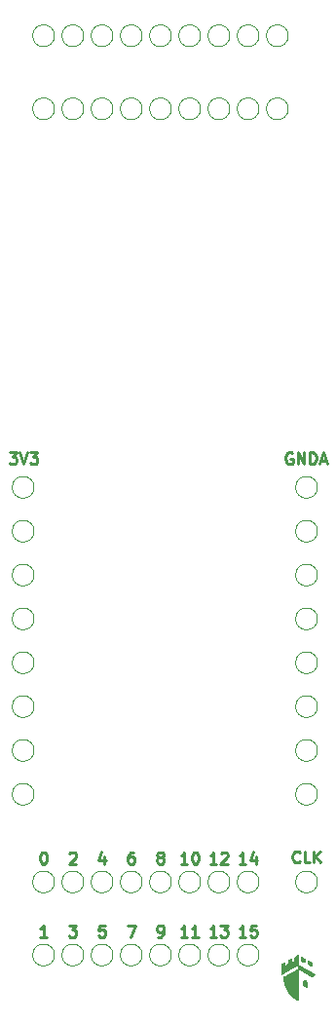
<source format=gbr>
G04 #@! TF.GenerationSoftware,KiCad,Pcbnew,5.0.2-bee76a0~70~ubuntu18.04.1*
G04 #@! TF.CreationDate,2019-05-09T10:06:10+02:00*
G04 #@! TF.ProjectId,breadboard,62726561-6462-46f6-9172-642e6b696361,rev?*
G04 #@! TF.SameCoordinates,Original*
G04 #@! TF.FileFunction,Legend,Top*
G04 #@! TF.FilePolarity,Positive*
%FSLAX46Y46*%
G04 Gerber Fmt 4.6, Leading zero omitted, Abs format (unit mm)*
G04 Created by KiCad (PCBNEW 5.0.2-bee76a0~70~ubuntu18.04.1) date jeu. 09 mai 2019 10:06:10 CEST*
%MOMM*%
%LPD*%
G01*
G04 APERTURE LIST*
%ADD10C,0.250000*%
%ADD11C,0.120000*%
%ADD12C,0.010000*%
G04 APERTURE END LIST*
D10*
X123210540Y-100261027D02*
X123115302Y-100213407D01*
X122972445Y-100213407D01*
X122829588Y-100261027D01*
X122734350Y-100356265D01*
X122686731Y-100451503D01*
X122639112Y-100641979D01*
X122639112Y-100784836D01*
X122686731Y-100975312D01*
X122734350Y-101070550D01*
X122829588Y-101165788D01*
X122972445Y-101213407D01*
X123067683Y-101213407D01*
X123210540Y-101165788D01*
X123258159Y-101118169D01*
X123258159Y-100784836D01*
X123067683Y-100784836D01*
X123686731Y-101213407D02*
X123686731Y-100213407D01*
X124258159Y-101213407D01*
X124258159Y-100213407D01*
X124734350Y-101213407D02*
X124734350Y-100213407D01*
X124972445Y-100213407D01*
X125115302Y-100261027D01*
X125210540Y-100356265D01*
X125258159Y-100451503D01*
X125305778Y-100641979D01*
X125305778Y-100784836D01*
X125258159Y-100975312D01*
X125210540Y-101070550D01*
X125115302Y-101165788D01*
X124972445Y-101213407D01*
X124734350Y-101213407D01*
X125686731Y-100927693D02*
X126162921Y-100927693D01*
X125591493Y-101213407D02*
X125924826Y-100213407D01*
X126258159Y-101213407D01*
X98634921Y-100213407D02*
X99253969Y-100213407D01*
X98920636Y-100594360D01*
X99063493Y-100594360D01*
X99158731Y-100641979D01*
X99206350Y-100689598D01*
X99253969Y-100784836D01*
X99253969Y-101022931D01*
X99206350Y-101118169D01*
X99158731Y-101165788D01*
X99063493Y-101213407D01*
X98777778Y-101213407D01*
X98682540Y-101165788D01*
X98634921Y-101118169D01*
X99539683Y-100213407D02*
X99873017Y-101213407D01*
X100206350Y-100213407D01*
X100444445Y-100213407D02*
X101063493Y-100213407D01*
X100730159Y-100594360D01*
X100873017Y-100594360D01*
X100968255Y-100641979D01*
X101015874Y-100689598D01*
X101063493Y-100784836D01*
X101063493Y-101022931D01*
X101015874Y-101118169D01*
X100968255Y-101165788D01*
X100873017Y-101213407D01*
X100587302Y-101213407D01*
X100492064Y-101165788D01*
X100444445Y-101118169D01*
X123864761Y-135774169D02*
X123817142Y-135821788D01*
X123674285Y-135869407D01*
X123579047Y-135869407D01*
X123436190Y-135821788D01*
X123340952Y-135726550D01*
X123293333Y-135631312D01*
X123245714Y-135440836D01*
X123245714Y-135297979D01*
X123293333Y-135107503D01*
X123340952Y-135012265D01*
X123436190Y-134917027D01*
X123579047Y-134869407D01*
X123674285Y-134869407D01*
X123817142Y-134917027D01*
X123864761Y-134964646D01*
X124769523Y-135869407D02*
X124293333Y-135869407D01*
X124293333Y-134869407D01*
X125102857Y-135869407D02*
X125102857Y-134869407D01*
X125674285Y-135869407D02*
X125245714Y-135297979D01*
X125674285Y-134869407D02*
X125102857Y-135440836D01*
X119189523Y-135961380D02*
X118618095Y-135961380D01*
X118903809Y-135961380D02*
X118903809Y-134961380D01*
X118808571Y-135104238D01*
X118713333Y-135199476D01*
X118618095Y-135247095D01*
X120046666Y-135294714D02*
X120046666Y-135961380D01*
X119808571Y-134913761D02*
X119570476Y-135628047D01*
X120189523Y-135628047D01*
X116649523Y-135961380D02*
X116078095Y-135961380D01*
X116363809Y-135961380D02*
X116363809Y-134961380D01*
X116268571Y-135104238D01*
X116173333Y-135199476D01*
X116078095Y-135247095D01*
X117030476Y-135056619D02*
X117078095Y-135009000D01*
X117173333Y-134961380D01*
X117411428Y-134961380D01*
X117506666Y-135009000D01*
X117554285Y-135056619D01*
X117601904Y-135151857D01*
X117601904Y-135247095D01*
X117554285Y-135389952D01*
X116982857Y-135961380D01*
X117601904Y-135961380D01*
X114109523Y-135961380D02*
X113538095Y-135961380D01*
X113823809Y-135961380D02*
X113823809Y-134961380D01*
X113728571Y-135104238D01*
X113633333Y-135199476D01*
X113538095Y-135247095D01*
X114728571Y-134961380D02*
X114823809Y-134961380D01*
X114919047Y-135009000D01*
X114966666Y-135056619D01*
X115014285Y-135151857D01*
X115061904Y-135342333D01*
X115061904Y-135580428D01*
X115014285Y-135770904D01*
X114966666Y-135866142D01*
X114919047Y-135913761D01*
X114823809Y-135961380D01*
X114728571Y-135961380D01*
X114633333Y-135913761D01*
X114585714Y-135866142D01*
X114538095Y-135770904D01*
X114490476Y-135580428D01*
X114490476Y-135342333D01*
X114538095Y-135151857D01*
X114585714Y-135056619D01*
X114633333Y-135009000D01*
X114728571Y-134961380D01*
X111664761Y-135389952D02*
X111569523Y-135342333D01*
X111521904Y-135294714D01*
X111474285Y-135199476D01*
X111474285Y-135151857D01*
X111521904Y-135056619D01*
X111569523Y-135009000D01*
X111664761Y-134961380D01*
X111855238Y-134961380D01*
X111950476Y-135009000D01*
X111998095Y-135056619D01*
X112045714Y-135151857D01*
X112045714Y-135199476D01*
X111998095Y-135294714D01*
X111950476Y-135342333D01*
X111855238Y-135389952D01*
X111664761Y-135389952D01*
X111569523Y-135437571D01*
X111521904Y-135485190D01*
X111474285Y-135580428D01*
X111474285Y-135770904D01*
X111521904Y-135866142D01*
X111569523Y-135913761D01*
X111664761Y-135961380D01*
X111855238Y-135961380D01*
X111950476Y-135913761D01*
X111998095Y-135866142D01*
X112045714Y-135770904D01*
X112045714Y-135580428D01*
X111998095Y-135485190D01*
X111950476Y-135437571D01*
X111855238Y-135389952D01*
X109410476Y-134961380D02*
X109220000Y-134961380D01*
X109124761Y-135009000D01*
X109077142Y-135056619D01*
X108981904Y-135199476D01*
X108934285Y-135389952D01*
X108934285Y-135770904D01*
X108981904Y-135866142D01*
X109029523Y-135913761D01*
X109124761Y-135961380D01*
X109315238Y-135961380D01*
X109410476Y-135913761D01*
X109458095Y-135866142D01*
X109505714Y-135770904D01*
X109505714Y-135532809D01*
X109458095Y-135437571D01*
X109410476Y-135389952D01*
X109315238Y-135342333D01*
X109124761Y-135342333D01*
X109029523Y-135389952D01*
X108981904Y-135437571D01*
X108934285Y-135532809D01*
X106870476Y-135294714D02*
X106870476Y-135961380D01*
X106632380Y-134913761D02*
X106394285Y-135628047D01*
X107013333Y-135628047D01*
X119189523Y-142311380D02*
X118618095Y-142311380D01*
X118903809Y-142311380D02*
X118903809Y-141311380D01*
X118808571Y-141454238D01*
X118713333Y-141549476D01*
X118618095Y-141597095D01*
X120094285Y-141311380D02*
X119618095Y-141311380D01*
X119570476Y-141787571D01*
X119618095Y-141739952D01*
X119713333Y-141692333D01*
X119951428Y-141692333D01*
X120046666Y-141739952D01*
X120094285Y-141787571D01*
X120141904Y-141882809D01*
X120141904Y-142120904D01*
X120094285Y-142216142D01*
X120046666Y-142263761D01*
X119951428Y-142311380D01*
X119713333Y-142311380D01*
X119618095Y-142263761D01*
X119570476Y-142216142D01*
X116649523Y-142311380D02*
X116078095Y-142311380D01*
X116363809Y-142311380D02*
X116363809Y-141311380D01*
X116268571Y-141454238D01*
X116173333Y-141549476D01*
X116078095Y-141597095D01*
X116982857Y-141311380D02*
X117601904Y-141311380D01*
X117268571Y-141692333D01*
X117411428Y-141692333D01*
X117506666Y-141739952D01*
X117554285Y-141787571D01*
X117601904Y-141882809D01*
X117601904Y-142120904D01*
X117554285Y-142216142D01*
X117506666Y-142263761D01*
X117411428Y-142311380D01*
X117125714Y-142311380D01*
X117030476Y-142263761D01*
X116982857Y-142216142D01*
X114109523Y-142311380D02*
X113538095Y-142311380D01*
X113823809Y-142311380D02*
X113823809Y-141311380D01*
X113728571Y-141454238D01*
X113633333Y-141549476D01*
X113538095Y-141597095D01*
X115061904Y-142311380D02*
X114490476Y-142311380D01*
X114776190Y-142311380D02*
X114776190Y-141311380D01*
X114680952Y-141454238D01*
X114585714Y-141549476D01*
X114490476Y-141597095D01*
X111569523Y-142311380D02*
X111760000Y-142311380D01*
X111855238Y-142263761D01*
X111902857Y-142216142D01*
X111998095Y-142073285D01*
X112045714Y-141882809D01*
X112045714Y-141501857D01*
X111998095Y-141406619D01*
X111950476Y-141359000D01*
X111855238Y-141311380D01*
X111664761Y-141311380D01*
X111569523Y-141359000D01*
X111521904Y-141406619D01*
X111474285Y-141501857D01*
X111474285Y-141739952D01*
X111521904Y-141835190D01*
X111569523Y-141882809D01*
X111664761Y-141930428D01*
X111855238Y-141930428D01*
X111950476Y-141882809D01*
X111998095Y-141835190D01*
X112045714Y-141739952D01*
X108886666Y-141311380D02*
X109553333Y-141311380D01*
X109124761Y-142311380D01*
X106918095Y-141311380D02*
X106441904Y-141311380D01*
X106394285Y-141787571D01*
X106441904Y-141739952D01*
X106537142Y-141692333D01*
X106775238Y-141692333D01*
X106870476Y-141739952D01*
X106918095Y-141787571D01*
X106965714Y-141882809D01*
X106965714Y-142120904D01*
X106918095Y-142216142D01*
X106870476Y-142263761D01*
X106775238Y-142311380D01*
X106537142Y-142311380D01*
X106441904Y-142263761D01*
X106394285Y-142216142D01*
X103806666Y-141311380D02*
X104425714Y-141311380D01*
X104092380Y-141692333D01*
X104235238Y-141692333D01*
X104330476Y-141739952D01*
X104378095Y-141787571D01*
X104425714Y-141882809D01*
X104425714Y-142120904D01*
X104378095Y-142216142D01*
X104330476Y-142263761D01*
X104235238Y-142311380D01*
X103949523Y-142311380D01*
X103854285Y-142263761D01*
X103806666Y-142216142D01*
X101885714Y-142311380D02*
X101314285Y-142311380D01*
X101600000Y-142311380D02*
X101600000Y-141311380D01*
X101504761Y-141454238D01*
X101409523Y-141549476D01*
X101314285Y-141597095D01*
X103854285Y-135056619D02*
X103901904Y-135009000D01*
X103997142Y-134961380D01*
X104235238Y-134961380D01*
X104330476Y-135009000D01*
X104378095Y-135056619D01*
X104425714Y-135151857D01*
X104425714Y-135247095D01*
X104378095Y-135389952D01*
X103806666Y-135961380D01*
X104425714Y-135961380D01*
X101552380Y-134961380D02*
X101647619Y-134961380D01*
X101742857Y-135009000D01*
X101790476Y-135056619D01*
X101838095Y-135151857D01*
X101885714Y-135342333D01*
X101885714Y-135580428D01*
X101838095Y-135770904D01*
X101790476Y-135866142D01*
X101742857Y-135913761D01*
X101647619Y-135961380D01*
X101552380Y-135961380D01*
X101457142Y-135913761D01*
X101409523Y-135866142D01*
X101361904Y-135770904D01*
X101314285Y-135580428D01*
X101314285Y-135342333D01*
X101361904Y-135151857D01*
X101409523Y-135056619D01*
X101457142Y-135009000D01*
X101552380Y-134961380D01*
D11*
G04 #@! TO.C,TP38*
X112710000Y-70358000D02*
G75*
G03X112710000Y-70358000I-950000J0D01*
G01*
G04 #@! TO.C,TP50*
X105090000Y-64008000D02*
G75*
G03X105090000Y-64008000I-950000J0D01*
G01*
G04 #@! TO.C,TP49*
X107630000Y-64008000D02*
G75*
G03X107630000Y-64008000I-950000J0D01*
G01*
G04 #@! TO.C,TP48*
X110170000Y-64008000D02*
G75*
G03X110170000Y-64008000I-950000J0D01*
G01*
G04 #@! TO.C,TP47*
X112710000Y-64008000D02*
G75*
G03X112710000Y-64008000I-950000J0D01*
G01*
G04 #@! TO.C,TP46*
X115250000Y-64008000D02*
G75*
G03X115250000Y-64008000I-950000J0D01*
G01*
G04 #@! TO.C,TP45*
X117790000Y-64008000D02*
G75*
G03X117790000Y-64008000I-950000J0D01*
G01*
G04 #@! TO.C,TP44*
X120330000Y-64008000D02*
G75*
G03X120330000Y-64008000I-950000J0D01*
G01*
G04 #@! TO.C,TP43*
X122870000Y-64008000D02*
G75*
G03X122870000Y-64008000I-950000J0D01*
G01*
G04 #@! TO.C,TP42*
X102550000Y-70358000D02*
G75*
G03X102550000Y-70358000I-950000J0D01*
G01*
G04 #@! TO.C,TP41*
X105090000Y-70358000D02*
G75*
G03X105090000Y-70358000I-950000J0D01*
G01*
G04 #@! TO.C,TP40*
X107630000Y-70358000D02*
G75*
G03X107630000Y-70358000I-950000J0D01*
G01*
G04 #@! TO.C,TP39*
X110170000Y-70358000D02*
G75*
G03X110170000Y-70358000I-950000J0D01*
G01*
G04 #@! TO.C,TP37*
X115250000Y-70358000D02*
G75*
G03X115250000Y-70358000I-950000J0D01*
G01*
G04 #@! TO.C,TP36*
X117790000Y-70358000D02*
G75*
G03X117790000Y-70358000I-950000J0D01*
G01*
G04 #@! TO.C,TP35*
X120330000Y-70358000D02*
G75*
G03X120330000Y-70358000I-950000J0D01*
G01*
G04 #@! TO.C,TP34*
X122870000Y-70358000D02*
G75*
G03X122870000Y-70358000I-950000J0D01*
G01*
G04 #@! TO.C,TP51*
X102550000Y-64008000D02*
G75*
G03X102550000Y-64008000I-950000J0D01*
G01*
G04 #@! TO.C,TP32*
X100772000Y-118491000D02*
G75*
G03X100772000Y-118491000I-950000J0D01*
G01*
G04 #@! TO.C,TP31*
X100772000Y-107061000D02*
G75*
G03X100772000Y-107061000I-950000J0D01*
G01*
G04 #@! TO.C,TP30*
X100772000Y-122301000D02*
G75*
G03X100772000Y-122301000I-950000J0D01*
G01*
G04 #@! TO.C,TP29*
X100772000Y-126111000D02*
G75*
G03X100772000Y-126111000I-950000J0D01*
G01*
G04 #@! TO.C,TP28*
X100772000Y-110871000D02*
G75*
G03X100772000Y-110871000I-950000J0D01*
G01*
G04 #@! TO.C,TP27*
X100772000Y-129921000D02*
G75*
G03X100772000Y-129921000I-950000J0D01*
G01*
G04 #@! TO.C,TP26*
X100772000Y-114681000D02*
G75*
G03X100772000Y-114681000I-950000J0D01*
G01*
G04 #@! TO.C,TP24*
X125410000Y-114681000D02*
G75*
G03X125410000Y-114681000I-950000J0D01*
G01*
G04 #@! TO.C,TP23*
X125410000Y-107061000D02*
G75*
G03X125410000Y-107061000I-950000J0D01*
G01*
G04 #@! TO.C,TP22*
X125410000Y-103251000D02*
G75*
G03X125410000Y-103251000I-950000J0D01*
G01*
G04 #@! TO.C,TP21*
X125410000Y-118491000D02*
G75*
G03X125410000Y-118491000I-950000J0D01*
G01*
G04 #@! TO.C,TP20*
X125410000Y-110871000D02*
G75*
G03X125410000Y-110871000I-950000J0D01*
G01*
G04 #@! TO.C,TP19*
X125410000Y-122301000D02*
G75*
G03X125410000Y-122301000I-950000J0D01*
G01*
G04 #@! TO.C,TP33*
X100772000Y-103251000D02*
G75*
G03X100772000Y-103251000I-950000J0D01*
G01*
G04 #@! TO.C,TP18*
X125410000Y-129921000D02*
G75*
G03X125410000Y-129921000I-950000J0D01*
G01*
G04 #@! TO.C,TP25*
X125410000Y-126111000D02*
G75*
G03X125410000Y-126111000I-950000J0D01*
G01*
G04 #@! TO.C,TP17*
X102550000Y-137541000D02*
G75*
G03X102550000Y-137541000I-950000J0D01*
G01*
G04 #@! TO.C,TP16*
X105090000Y-137541000D02*
G75*
G03X105090000Y-137541000I-950000J0D01*
G01*
G04 #@! TO.C,TP15*
X107630000Y-137541000D02*
G75*
G03X107630000Y-137541000I-950000J0D01*
G01*
G04 #@! TO.C,TP14*
X110170000Y-137541000D02*
G75*
G03X110170000Y-137541000I-950000J0D01*
G01*
G04 #@! TO.C,TP13*
X112710000Y-137541000D02*
G75*
G03X112710000Y-137541000I-950000J0D01*
G01*
G04 #@! TO.C,TP12*
X115250000Y-137541000D02*
G75*
G03X115250000Y-137541000I-950000J0D01*
G01*
G04 #@! TO.C,TP11*
X117790000Y-137541000D02*
G75*
G03X117790000Y-137541000I-950000J0D01*
G01*
G04 #@! TO.C,TP10*
X120330000Y-137541000D02*
G75*
G03X120330000Y-137541000I-950000J0D01*
G01*
G04 #@! TO.C,TP9*
X102550000Y-143891000D02*
G75*
G03X102550000Y-143891000I-950000J0D01*
G01*
G04 #@! TO.C,TP8*
X105090000Y-143891000D02*
G75*
G03X105090000Y-143891000I-950000J0D01*
G01*
G04 #@! TO.C,TP7*
X107630000Y-143891000D02*
G75*
G03X107630000Y-143891000I-950000J0D01*
G01*
G04 #@! TO.C,TP6*
X110170000Y-143891000D02*
G75*
G03X110170000Y-143891000I-950000J0D01*
G01*
G04 #@! TO.C,TP5*
X112710000Y-143891000D02*
G75*
G03X112710000Y-143891000I-950000J0D01*
G01*
G04 #@! TO.C,TP4*
X115250000Y-143891000D02*
G75*
G03X115250000Y-143891000I-950000J0D01*
G01*
G04 #@! TO.C,TP3*
X117790000Y-143891000D02*
G75*
G03X117790000Y-143891000I-950000J0D01*
G01*
G04 #@! TO.C,TP2*
X120330000Y-143891000D02*
G75*
G03X120330000Y-143891000I-950000J0D01*
G01*
G04 #@! TO.C,TP1*
X125410000Y-137541000D02*
G75*
G03X125410000Y-137541000I-950000J0D01*
G01*
D12*
G04 #@! TO.C,G\002A\002A\002A*
G36*
X124001872Y-144056961D02*
X124022846Y-144067957D01*
X124054114Y-144084804D01*
X124093434Y-144106290D01*
X124138565Y-144131207D01*
X124153585Y-144139549D01*
X124211824Y-144172494D01*
X124255244Y-144198328D01*
X124284267Y-144217326D01*
X124299314Y-144229758D01*
X124301403Y-144235398D01*
X124298599Y-144246717D01*
X124295937Y-144271827D01*
X124293642Y-144307588D01*
X124291936Y-144350857D01*
X124291323Y-144377151D01*
X124288983Y-144509576D01*
X124147167Y-144431669D01*
X124005350Y-144353762D01*
X124005350Y-144225112D01*
X124004819Y-144178412D01*
X124003356Y-144136249D01*
X124001159Y-144102224D01*
X123998426Y-144079936D01*
X123997093Y-144074745D01*
X123992553Y-144059049D01*
X123993431Y-144053027D01*
X124001872Y-144056961D01*
X124001872Y-144056961D01*
G37*
X124001872Y-144056961D02*
X124022846Y-144067957D01*
X124054114Y-144084804D01*
X124093434Y-144106290D01*
X124138565Y-144131207D01*
X124153585Y-144139549D01*
X124211824Y-144172494D01*
X124255244Y-144198328D01*
X124284267Y-144217326D01*
X124299314Y-144229758D01*
X124301403Y-144235398D01*
X124298599Y-144246717D01*
X124295937Y-144271827D01*
X124293642Y-144307588D01*
X124291936Y-144350857D01*
X124291323Y-144377151D01*
X124288983Y-144509576D01*
X124147167Y-144431669D01*
X124005350Y-144353762D01*
X124005350Y-144225112D01*
X124004819Y-144178412D01*
X124003356Y-144136249D01*
X124001159Y-144102224D01*
X123998426Y-144079936D01*
X123997093Y-144074745D01*
X123992553Y-144059049D01*
X123993431Y-144053027D01*
X124001872Y-144056961D01*
G36*
X124585126Y-144378667D02*
X124605028Y-144389603D01*
X124635290Y-144406327D01*
X124673695Y-144427616D01*
X124718027Y-144452243D01*
X124728859Y-144458268D01*
X124878970Y-144541776D01*
X124877822Y-144684417D01*
X124877321Y-144731623D01*
X124876657Y-144772494D01*
X124875894Y-144804211D01*
X124875097Y-144823957D01*
X124874508Y-144829225D01*
X124866784Y-144826025D01*
X124846544Y-144815830D01*
X124816087Y-144799849D01*
X124777712Y-144779288D01*
X124733716Y-144755355D01*
X124728829Y-144752677D01*
X124585317Y-144673963D01*
X124581084Y-144524348D01*
X124579770Y-144476148D01*
X124578730Y-144434404D01*
X124578022Y-144401812D01*
X124577706Y-144381065D01*
X124577799Y-144374747D01*
X124585126Y-144378667D01*
X124585126Y-144378667D01*
G37*
X124585126Y-144378667D02*
X124605028Y-144389603D01*
X124635290Y-144406327D01*
X124673695Y-144427616D01*
X124718027Y-144452243D01*
X124728859Y-144458268D01*
X124878970Y-144541776D01*
X124877822Y-144684417D01*
X124877321Y-144731623D01*
X124876657Y-144772494D01*
X124875894Y-144804211D01*
X124875097Y-144823957D01*
X124874508Y-144829225D01*
X124866784Y-144826025D01*
X124846544Y-144815830D01*
X124816087Y-144799849D01*
X124777712Y-144779288D01*
X124733716Y-144755355D01*
X124728829Y-144752677D01*
X124585317Y-144673963D01*
X124581084Y-144524348D01*
X124579770Y-144476148D01*
X124578730Y-144434404D01*
X124578022Y-144401812D01*
X124577706Y-144381065D01*
X124577799Y-144374747D01*
X124585126Y-144378667D01*
G36*
X123706979Y-144318472D02*
X123707285Y-144401596D01*
X123707329Y-144479544D01*
X123707128Y-144550683D01*
X123706698Y-144613383D01*
X123706055Y-144666011D01*
X123705216Y-144706937D01*
X123704195Y-144734529D01*
X123703009Y-144747156D01*
X123702746Y-144747750D01*
X123694454Y-144752667D01*
X123672563Y-144765052D01*
X123638316Y-144784219D01*
X123592956Y-144809482D01*
X123537726Y-144840158D01*
X123473868Y-144875560D01*
X123402625Y-144915003D01*
X123325240Y-144957802D01*
X123242956Y-145003273D01*
X123157016Y-145050728D01*
X123068663Y-145099485D01*
X122979138Y-145148856D01*
X122889686Y-145198157D01*
X122801549Y-145246703D01*
X122715969Y-145293809D01*
X122634190Y-145338789D01*
X122557454Y-145380958D01*
X122487004Y-145419631D01*
X122424084Y-145454122D01*
X122369935Y-145483747D01*
X122325800Y-145507820D01*
X122292923Y-145525656D01*
X122272546Y-145536570D01*
X122266055Y-145539866D01*
X122263013Y-145539759D01*
X122260469Y-145536006D01*
X122258378Y-145527260D01*
X122256696Y-145512178D01*
X122255382Y-145489415D01*
X122254390Y-145457625D01*
X122253678Y-145415465D01*
X122253201Y-145361588D01*
X122252917Y-145294650D01*
X122252781Y-145213307D01*
X122252750Y-145128814D01*
X122252750Y-144712657D01*
X122271800Y-144693733D01*
X122285987Y-144682906D01*
X122311154Y-144666770D01*
X122344120Y-144647079D01*
X122381705Y-144625589D01*
X122420727Y-144604053D01*
X122458008Y-144584228D01*
X122490365Y-144567867D01*
X122514620Y-144556727D01*
X122527590Y-144552561D01*
X122527657Y-144552560D01*
X122532510Y-144554629D01*
X122536005Y-144562352D01*
X122538351Y-144578010D01*
X122539761Y-144603880D01*
X122540446Y-144642240D01*
X122540617Y-144692260D01*
X122540917Y-144738752D01*
X122541749Y-144778691D01*
X122543007Y-144809287D01*
X122544587Y-144827748D01*
X122545865Y-144831960D01*
X122554582Y-144828070D01*
X122575744Y-144817236D01*
X122606978Y-144800715D01*
X122645911Y-144779762D01*
X122690173Y-144755633D01*
X122693799Y-144753643D01*
X122836486Y-144675327D01*
X122836718Y-144535394D01*
X122837159Y-144479573D01*
X122838395Y-144438332D01*
X122840612Y-144409328D01*
X122843999Y-144390220D01*
X122848741Y-144378664D01*
X122849299Y-144377831D01*
X122861175Y-144367253D01*
X122884391Y-144351454D01*
X122915903Y-144332094D01*
X122952669Y-144310834D01*
X122991644Y-144289335D01*
X123029788Y-144269257D01*
X123064055Y-144252261D01*
X123091403Y-144240009D01*
X123108790Y-144234160D01*
X123112661Y-144234097D01*
X123117362Y-144238855D01*
X123120726Y-144250468D01*
X123122952Y-144271202D01*
X123124233Y-144303322D01*
X123124768Y-144349094D01*
X123124817Y-144374494D01*
X123125191Y-144420248D01*
X123126224Y-144459376D01*
X123127784Y-144489058D01*
X123129739Y-144506472D01*
X123131167Y-144509876D01*
X123140219Y-144505811D01*
X123161606Y-144494708D01*
X123192923Y-144477864D01*
X123231763Y-144456572D01*
X123275721Y-144432126D01*
X123277217Y-144431289D01*
X123416917Y-144353052D01*
X123421150Y-144207548D01*
X123423025Y-144152293D01*
X123425143Y-144111582D01*
X123427773Y-144083027D01*
X123431182Y-144064238D01*
X123435639Y-144052827D01*
X123438999Y-144048456D01*
X123450725Y-144039942D01*
X123474547Y-144024996D01*
X123507685Y-144005281D01*
X123547361Y-143982458D01*
X123578699Y-143964878D01*
X123704784Y-143894888D01*
X123706979Y-144318472D01*
X123706979Y-144318472D01*
G37*
X123706979Y-144318472D02*
X123707285Y-144401596D01*
X123707329Y-144479544D01*
X123707128Y-144550683D01*
X123706698Y-144613383D01*
X123706055Y-144666011D01*
X123705216Y-144706937D01*
X123704195Y-144734529D01*
X123703009Y-144747156D01*
X123702746Y-144747750D01*
X123694454Y-144752667D01*
X123672563Y-144765052D01*
X123638316Y-144784219D01*
X123592956Y-144809482D01*
X123537726Y-144840158D01*
X123473868Y-144875560D01*
X123402625Y-144915003D01*
X123325240Y-144957802D01*
X123242956Y-145003273D01*
X123157016Y-145050728D01*
X123068663Y-145099485D01*
X122979138Y-145148856D01*
X122889686Y-145198157D01*
X122801549Y-145246703D01*
X122715969Y-145293809D01*
X122634190Y-145338789D01*
X122557454Y-145380958D01*
X122487004Y-145419631D01*
X122424084Y-145454122D01*
X122369935Y-145483747D01*
X122325800Y-145507820D01*
X122292923Y-145525656D01*
X122272546Y-145536570D01*
X122266055Y-145539866D01*
X122263013Y-145539759D01*
X122260469Y-145536006D01*
X122258378Y-145527260D01*
X122256696Y-145512178D01*
X122255382Y-145489415D01*
X122254390Y-145457625D01*
X122253678Y-145415465D01*
X122253201Y-145361588D01*
X122252917Y-145294650D01*
X122252781Y-145213307D01*
X122252750Y-145128814D01*
X122252750Y-144712657D01*
X122271800Y-144693733D01*
X122285987Y-144682906D01*
X122311154Y-144666770D01*
X122344120Y-144647079D01*
X122381705Y-144625589D01*
X122420727Y-144604053D01*
X122458008Y-144584228D01*
X122490365Y-144567867D01*
X122514620Y-144556727D01*
X122527590Y-144552561D01*
X122527657Y-144552560D01*
X122532510Y-144554629D01*
X122536005Y-144562352D01*
X122538351Y-144578010D01*
X122539761Y-144603880D01*
X122540446Y-144642240D01*
X122540617Y-144692260D01*
X122540917Y-144738752D01*
X122541749Y-144778691D01*
X122543007Y-144809287D01*
X122544587Y-144827748D01*
X122545865Y-144831960D01*
X122554582Y-144828070D01*
X122575744Y-144817236D01*
X122606978Y-144800715D01*
X122645911Y-144779762D01*
X122690173Y-144755633D01*
X122693799Y-144753643D01*
X122836486Y-144675327D01*
X122836718Y-144535394D01*
X122837159Y-144479573D01*
X122838395Y-144438332D01*
X122840612Y-144409328D01*
X122843999Y-144390220D01*
X122848741Y-144378664D01*
X122849299Y-144377831D01*
X122861175Y-144367253D01*
X122884391Y-144351454D01*
X122915903Y-144332094D01*
X122952669Y-144310834D01*
X122991644Y-144289335D01*
X123029788Y-144269257D01*
X123064055Y-144252261D01*
X123091403Y-144240009D01*
X123108790Y-144234160D01*
X123112661Y-144234097D01*
X123117362Y-144238855D01*
X123120726Y-144250468D01*
X123122952Y-144271202D01*
X123124233Y-144303322D01*
X123124768Y-144349094D01*
X123124817Y-144374494D01*
X123125191Y-144420248D01*
X123126224Y-144459376D01*
X123127784Y-144489058D01*
X123129739Y-144506472D01*
X123131167Y-144509876D01*
X123140219Y-144505811D01*
X123161606Y-144494708D01*
X123192923Y-144477864D01*
X123231763Y-144456572D01*
X123275721Y-144432126D01*
X123277217Y-144431289D01*
X123416917Y-144353052D01*
X123421150Y-144207548D01*
X123423025Y-144152293D01*
X123425143Y-144111582D01*
X123427773Y-144083027D01*
X123431182Y-144064238D01*
X123435639Y-144052827D01*
X123438999Y-144048456D01*
X123450725Y-144039942D01*
X123474547Y-144024996D01*
X123507685Y-144005281D01*
X123547361Y-143982458D01*
X123578699Y-143964878D01*
X123704784Y-143894888D01*
X123706979Y-144318472D01*
G36*
X123726197Y-144759742D02*
X123748018Y-144771232D01*
X123782160Y-144789542D01*
X123827376Y-144813987D01*
X123882415Y-144843882D01*
X123946031Y-144878541D01*
X124016973Y-144917277D01*
X124093993Y-144959404D01*
X124175842Y-145004237D01*
X124261271Y-145051090D01*
X124349033Y-145099277D01*
X124437877Y-145148112D01*
X124526555Y-145196909D01*
X124613818Y-145244982D01*
X124698418Y-145291645D01*
X124779106Y-145336213D01*
X124854633Y-145377999D01*
X124923750Y-145416317D01*
X124985209Y-145450483D01*
X125037760Y-145479809D01*
X125080155Y-145503609D01*
X125101784Y-145515854D01*
X125128898Y-145532334D01*
X125148649Y-145546367D01*
X125157738Y-145555536D01*
X125157903Y-145556952D01*
X125151253Y-145566190D01*
X125135839Y-145585054D01*
X125113870Y-145611023D01*
X125087560Y-145641574D01*
X125059118Y-145674185D01*
X125030756Y-145706334D01*
X125004686Y-145735499D01*
X124983119Y-145759157D01*
X124968267Y-145774787D01*
X124962421Y-145779907D01*
X124954496Y-145775841D01*
X124932865Y-145764143D01*
X124898618Y-145745417D01*
X124852846Y-145720263D01*
X124796640Y-145689284D01*
X124731090Y-145653082D01*
X124657287Y-145612259D01*
X124576321Y-145567418D01*
X124489284Y-145519160D01*
X124397265Y-145468088D01*
X124335550Y-145433807D01*
X123713250Y-145088027D01*
X123710955Y-144921894D01*
X123710439Y-144858363D01*
X123710903Y-144810868D01*
X123712382Y-144778539D01*
X123714913Y-144760503D01*
X123717947Y-144755760D01*
X123726197Y-144759742D01*
X123726197Y-144759742D01*
G37*
X123726197Y-144759742D02*
X123748018Y-144771232D01*
X123782160Y-144789542D01*
X123827376Y-144813987D01*
X123882415Y-144843882D01*
X123946031Y-144878541D01*
X124016973Y-144917277D01*
X124093993Y-144959404D01*
X124175842Y-145004237D01*
X124261271Y-145051090D01*
X124349033Y-145099277D01*
X124437877Y-145148112D01*
X124526555Y-145196909D01*
X124613818Y-145244982D01*
X124698418Y-145291645D01*
X124779106Y-145336213D01*
X124854633Y-145377999D01*
X124923750Y-145416317D01*
X124985209Y-145450483D01*
X125037760Y-145479809D01*
X125080155Y-145503609D01*
X125101784Y-145515854D01*
X125128898Y-145532334D01*
X125148649Y-145546367D01*
X125157738Y-145555536D01*
X125157903Y-145556952D01*
X125151253Y-145566190D01*
X125135839Y-145585054D01*
X125113870Y-145611023D01*
X125087560Y-145641574D01*
X125059118Y-145674185D01*
X125030756Y-145706334D01*
X125004686Y-145735499D01*
X124983119Y-145759157D01*
X124968267Y-145774787D01*
X124962421Y-145779907D01*
X124954496Y-145775841D01*
X124932865Y-145764143D01*
X124898618Y-145745417D01*
X124852846Y-145720263D01*
X124796640Y-145689284D01*
X124731090Y-145653082D01*
X124657287Y-145612259D01*
X124576321Y-145567418D01*
X124489284Y-145519160D01*
X124397265Y-145468088D01*
X124335550Y-145433807D01*
X123713250Y-145088027D01*
X123710955Y-144921894D01*
X123710439Y-144858363D01*
X123710903Y-144810868D01*
X123712382Y-144778539D01*
X123714913Y-144760503D01*
X123717947Y-144755760D01*
X123726197Y-144759742D01*
G36*
X124318508Y-146060519D02*
X124358669Y-146078964D01*
X124397802Y-146109705D01*
X124434073Y-146151888D01*
X124465646Y-146204658D01*
X124466809Y-146207027D01*
X124481710Y-146240567D01*
X124492807Y-146273710D01*
X124500479Y-146309486D01*
X124505106Y-146350920D01*
X124507068Y-146401042D01*
X124506744Y-146462877D01*
X124505367Y-146514554D01*
X124500650Y-146660447D01*
X124328434Y-146582287D01*
X124156217Y-146504127D01*
X124160161Y-146339027D01*
X124162207Y-146272419D01*
X124165111Y-146220231D01*
X124169372Y-146179952D01*
X124175491Y-146149074D01*
X124183965Y-146125085D01*
X124195295Y-146105477D01*
X124209980Y-146087739D01*
X124210199Y-146087505D01*
X124242439Y-146063935D01*
X124279153Y-146055224D01*
X124318508Y-146060519D01*
X124318508Y-146060519D01*
G37*
X124318508Y-146060519D02*
X124358669Y-146078964D01*
X124397802Y-146109705D01*
X124434073Y-146151888D01*
X124465646Y-146204658D01*
X124466809Y-146207027D01*
X124481710Y-146240567D01*
X124492807Y-146273710D01*
X124500479Y-146309486D01*
X124505106Y-146350920D01*
X124507068Y-146401042D01*
X124506744Y-146462877D01*
X124505367Y-146514554D01*
X124500650Y-146660447D01*
X124328434Y-146582287D01*
X124156217Y-146504127D01*
X124160161Y-146339027D01*
X124162207Y-146272419D01*
X124165111Y-146220231D01*
X124169372Y-146179952D01*
X124175491Y-146149074D01*
X124183965Y-146125085D01*
X124195295Y-146105477D01*
X124209980Y-146087739D01*
X124210199Y-146087505D01*
X124242439Y-146063935D01*
X124279153Y-146055224D01*
X124318508Y-146060519D01*
G36*
X123709017Y-147761427D02*
X123685734Y-147761272D01*
X123667573Y-147758032D01*
X123638962Y-147749508D01*
X123604931Y-147737275D01*
X123590484Y-147731512D01*
X123469808Y-147673559D01*
X123349907Y-147599542D01*
X123232011Y-147510326D01*
X123117348Y-147406774D01*
X123091507Y-147380964D01*
X122967423Y-147242720D01*
X122855686Y-147093316D01*
X122756730Y-146933629D01*
X122670991Y-146764535D01*
X122598905Y-146586912D01*
X122540906Y-146401636D01*
X122497430Y-146209585D01*
X122490648Y-146171222D01*
X122485388Y-146136181D01*
X122479884Y-146092844D01*
X122474384Y-146044032D01*
X122469138Y-145992565D01*
X122464394Y-145941263D01*
X122460400Y-145892945D01*
X122457406Y-145850431D01*
X122455659Y-145816542D01*
X122455409Y-145794097D01*
X122456683Y-145786002D01*
X122464506Y-145781552D01*
X122485817Y-145769651D01*
X122519281Y-145751038D01*
X122563564Y-145726450D01*
X122617332Y-145696626D01*
X122679251Y-145662303D01*
X122747987Y-145624220D01*
X122822206Y-145583116D01*
X122900573Y-145539727D01*
X122981754Y-145494793D01*
X123064416Y-145449052D01*
X123147224Y-145403241D01*
X123228844Y-145358099D01*
X123307942Y-145314363D01*
X123383184Y-145272773D01*
X123453236Y-145234066D01*
X123516763Y-145198981D01*
X123572431Y-145168255D01*
X123618907Y-145142627D01*
X123654856Y-145122835D01*
X123678944Y-145109617D01*
X123689837Y-145103710D01*
X123689967Y-145103643D01*
X123709017Y-145093831D01*
X123709017Y-147761427D01*
X123709017Y-147761427D01*
G37*
X123709017Y-147761427D02*
X123685734Y-147761272D01*
X123667573Y-147758032D01*
X123638962Y-147749508D01*
X123604931Y-147737275D01*
X123590484Y-147731512D01*
X123469808Y-147673559D01*
X123349907Y-147599542D01*
X123232011Y-147510326D01*
X123117348Y-147406774D01*
X123091507Y-147380964D01*
X122967423Y-147242720D01*
X122855686Y-147093316D01*
X122756730Y-146933629D01*
X122670991Y-146764535D01*
X122598905Y-146586912D01*
X122540906Y-146401636D01*
X122497430Y-146209585D01*
X122490648Y-146171222D01*
X122485388Y-146136181D01*
X122479884Y-146092844D01*
X122474384Y-146044032D01*
X122469138Y-145992565D01*
X122464394Y-145941263D01*
X122460400Y-145892945D01*
X122457406Y-145850431D01*
X122455659Y-145816542D01*
X122455409Y-145794097D01*
X122456683Y-145786002D01*
X122464506Y-145781552D01*
X122485817Y-145769651D01*
X122519281Y-145751038D01*
X122563564Y-145726450D01*
X122617332Y-145696626D01*
X122679251Y-145662303D01*
X122747987Y-145624220D01*
X122822206Y-145583116D01*
X122900573Y-145539727D01*
X122981754Y-145494793D01*
X123064416Y-145449052D01*
X123147224Y-145403241D01*
X123228844Y-145358099D01*
X123307942Y-145314363D01*
X123383184Y-145272773D01*
X123453236Y-145234066D01*
X123516763Y-145198981D01*
X123572431Y-145168255D01*
X123618907Y-145142627D01*
X123654856Y-145122835D01*
X123678944Y-145109617D01*
X123689837Y-145103710D01*
X123689967Y-145103643D01*
X123709017Y-145093831D01*
X123709017Y-147761427D01*
G04 #@! TD*
M02*

</source>
